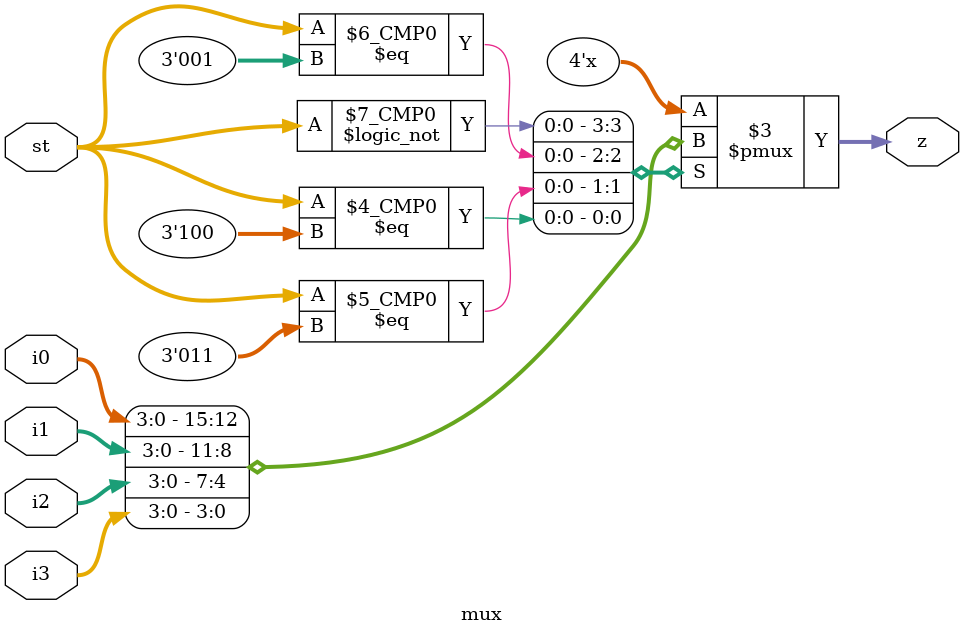
<source format=sv>
module mux(
	input logic [3:0] i0,
	input logic [3:0] i1,
	input logic [3:0] i2,
	input logic [3:0] i3,
	input logic [2:0] st,
	output logic [3:0] z

);
	always_comb
	begin
		case(st)
				0:	z = i0;
				1:	z = i1;
				3:	z = i2;
				4:	z = i3;
		endcase
	end
endmodule

</source>
